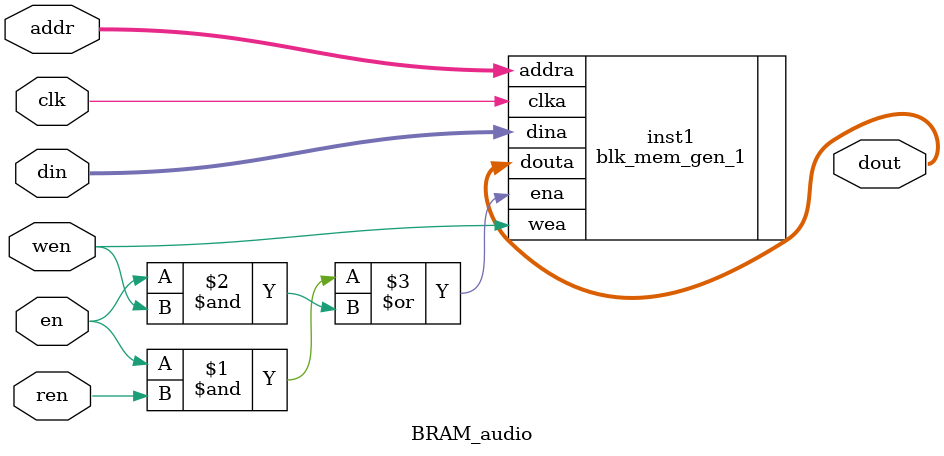
<source format=v>
module BRAM_audio(clk, en, ren, wen, addr, din, dout);
input clk, en, wen, ren;
input [3:0] addr;
input [7:0] din;
output [7:0] dout;
blk_mem_gen_1 inst1(.clka(clk),.ena((en&ren)|(en&wen)),.wea(wen),.addra(addr),.dina(din),.douta(dout));
endmodule

</source>
